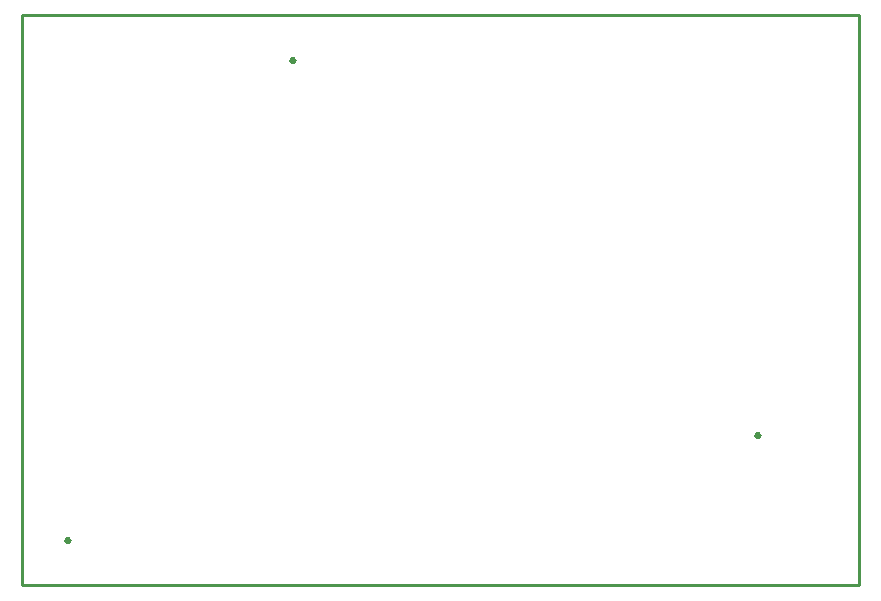
<source format=gbr>
G04 EAGLE Gerber RS-274X export*
G75*
%MOMM*%
%FSLAX34Y34*%
%LPD*%
%IN*%
%IPPOS*%
%AMOC8*
5,1,8,0,0,1.08239X$1,22.5*%
G01*
%ADD10C,0.254000*%


D10*
X0Y0D02*
X707900Y0D01*
X707900Y482500D01*
X0Y482500D01*
X0Y0D01*
X39850Y37928D02*
X39783Y37590D01*
X39651Y37271D01*
X39459Y36984D01*
X39216Y36741D01*
X38929Y36549D01*
X38610Y36417D01*
X38272Y36350D01*
X37928Y36350D01*
X37590Y36417D01*
X37271Y36549D01*
X36984Y36741D01*
X36741Y36984D01*
X36549Y37271D01*
X36417Y37590D01*
X36350Y37928D01*
X36350Y38272D01*
X36417Y38610D01*
X36549Y38929D01*
X36741Y39216D01*
X36984Y39459D01*
X37271Y39651D01*
X37590Y39783D01*
X37928Y39850D01*
X38272Y39850D01*
X38610Y39783D01*
X38929Y39651D01*
X39216Y39459D01*
X39459Y39216D01*
X39651Y38929D01*
X39783Y38610D01*
X39850Y38272D01*
X39850Y37928D01*
X624050Y126828D02*
X623983Y126490D01*
X623851Y126171D01*
X623659Y125884D01*
X623416Y125641D01*
X623129Y125449D01*
X622810Y125317D01*
X622472Y125250D01*
X622128Y125250D01*
X621790Y125317D01*
X621471Y125449D01*
X621184Y125641D01*
X620941Y125884D01*
X620749Y126171D01*
X620617Y126490D01*
X620550Y126828D01*
X620550Y127172D01*
X620617Y127510D01*
X620749Y127829D01*
X620941Y128116D01*
X621184Y128359D01*
X621471Y128551D01*
X621790Y128683D01*
X622128Y128750D01*
X622472Y128750D01*
X622810Y128683D01*
X623129Y128551D01*
X623416Y128359D01*
X623659Y128116D01*
X623851Y127829D01*
X623983Y127510D01*
X624050Y127172D01*
X624050Y126828D01*
X230350Y444328D02*
X230283Y443990D01*
X230151Y443671D01*
X229959Y443384D01*
X229716Y443141D01*
X229429Y442949D01*
X229110Y442817D01*
X228772Y442750D01*
X228428Y442750D01*
X228090Y442817D01*
X227771Y442949D01*
X227484Y443141D01*
X227241Y443384D01*
X227049Y443671D01*
X226917Y443990D01*
X226850Y444328D01*
X226850Y444672D01*
X226917Y445010D01*
X227049Y445329D01*
X227241Y445616D01*
X227484Y445859D01*
X227771Y446051D01*
X228090Y446183D01*
X228428Y446250D01*
X228772Y446250D01*
X229110Y446183D01*
X229429Y446051D01*
X229716Y445859D01*
X229959Y445616D01*
X230151Y445329D01*
X230283Y445010D01*
X230350Y444672D01*
X230350Y444328D01*
M02*

</source>
